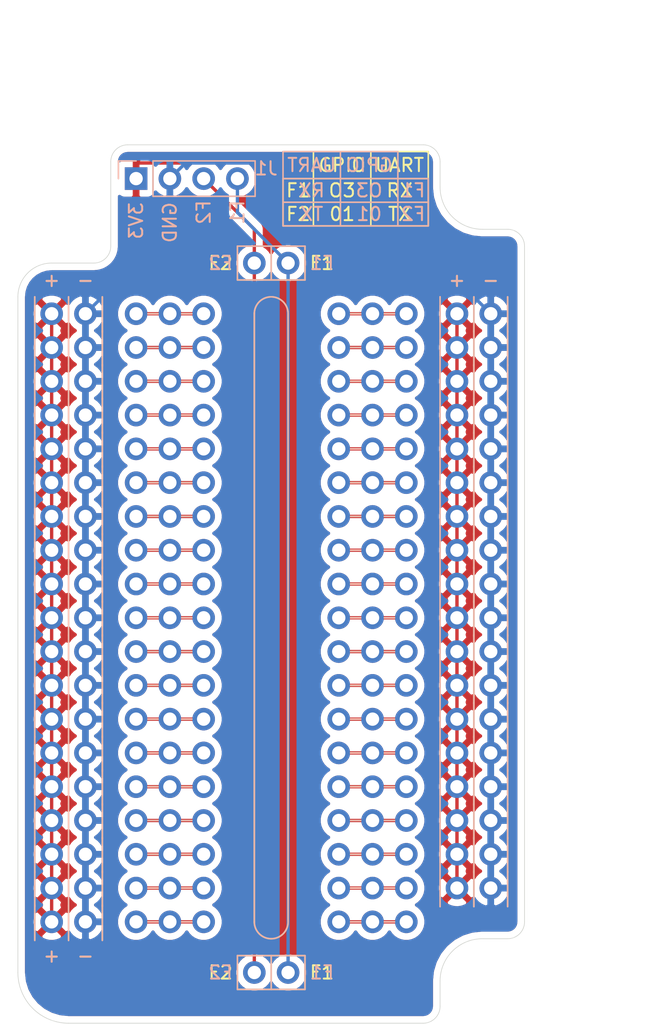
<source format=kicad_pcb>
(kicad_pcb (version 20171130) (host pcbnew 5.1.5-52549c5~84~ubuntu18.04.1)
  (layers (0 F.Cu signal) (31 B.Cu signal) (34 B.Paste user) (35 F.Paste user) (36 B.SilkS user) (37 F.SilkS user) (38 B.Mask user) (39 F.Mask user) (44 Edge.Cuts user))
  (net 0 "")
  (net 1 +3V3)
  (net 2 GND)
  (net 3 /Future1)
  (net 4 /Future2)
  (module Project_Module:Pad_1x02_P2.54mm_futures (layer F.Cu) (at 186.69 72.39 90)
    (fp_text reference J3 hide)
    (fp_text value Conn_01x02)
    (pad 2 thru_hole oval (at 0 2.54 90) (size 1.7 1.7) (drill 1) (layers *.Cu *.Mask) (net 3 /Future1))
    (pad 1 thru_hole circle (at 0 0 90) (size 1.7 1.7) (drill 1) (layers *.Cu *.Mask) (net 4 /Future2))
  )
  (module Project_Module:Pad_1x02_P2.54mm_futures (layer F.Cu) (at 186.69 125.73 90)
    (fp_text reference J3 hide)
    (fp_text value Conn_01x02)
    (pad 2 thru_hole oval (at 0 2.54 90) (size 1.7 1.7) (drill 1) (layers *.Cu *.Mask) (net 3 /Future1))
    (pad 1 thru_hole circle (at 0 0 90) (size 1.7 1.7) (drill 1) (layers *.Cu *.Mask) (net 4 /Future2))
  )
  (module Project_Module:Pad_1x03_P2.54mm_linked (layer F.Cu) (at 182.88 121.92 270)
    (fp_text reference REF** hide)
    (fp_text value Pad_1x03_P2.54mm_linked)
    (pad 3 thru_hole oval (at 0 5.08 270) (size 1.7 1.7) (drill 1) (layers *.Cu *.Mask))
    (pad 2 thru_hole oval (at 0 2.54 270) (size 1.7 1.7) (drill 1) (layers *.Cu *.Mask))
    (pad 1 thru_hole circle (at 0 0 270) (size 1.7 1.7) (drill 1) (layers *.Cu *.Mask))
  )
  (module Project_Module:Pad_1x03_P2.54mm_linked (layer F.Cu) (at 193.04 121.92 90)
    (fp_text reference REF** hide)
    (fp_text value Pad_1x03_P2.54mm_linked)
    (pad 3 thru_hole oval (at 0 5.08 90) (size 1.7 1.7) (drill 1) (layers *.Cu *.Mask))
    (pad 2 thru_hole oval (at 0 2.54 90) (size 1.7 1.7) (drill 1) (layers *.Cu *.Mask))
    (pad 1 thru_hole circle (at 0 0 90) (size 1.7 1.7) (drill 1) (layers *.Cu *.Mask))
  )
  (module Project_Module:Pad_1x03_P2.54mm_linked (layer F.Cu) (at 182.88 119.38 270)
    (fp_text reference REF** hide)
    (fp_text value Pad_1x03_P2.54mm_linked)
    (pad 3 thru_hole oval (at 0 5.08 270) (size 1.7 1.7) (drill 1) (layers *.Cu *.Mask))
    (pad 2 thru_hole oval (at 0 2.54 270) (size 1.7 1.7) (drill 1) (layers *.Cu *.Mask))
    (pad 1 thru_hole circle (at 0 0 270) (size 1.7 1.7) (drill 1) (layers *.Cu *.Mask))
  )
  (module Project_Module:Pad_1x03_P2.54mm_linked (layer F.Cu) (at 182.88 116.84 270)
    (fp_text reference REF** hide)
    (fp_text value Pad_1x03_P2.54mm_linked)
    (pad 3 thru_hole oval (at 0 5.08 270) (size 1.7 1.7) (drill 1) (layers *.Cu *.Mask))
    (pad 2 thru_hole oval (at 0 2.54 270) (size 1.7 1.7) (drill 1) (layers *.Cu *.Mask))
    (pad 1 thru_hole circle (at 0 0 270) (size 1.7 1.7) (drill 1) (layers *.Cu *.Mask))
  )
  (module Project_Module:Pad_1x03_P2.54mm_linked (layer F.Cu) (at 182.88 114.3 270)
    (fp_text reference REF** hide)
    (fp_text value Pad_1x03_P2.54mm_linked)
    (pad 3 thru_hole oval (at 0 5.08 270) (size 1.7 1.7) (drill 1) (layers *.Cu *.Mask))
    (pad 2 thru_hole oval (at 0 2.54 270) (size 1.7 1.7) (drill 1) (layers *.Cu *.Mask))
    (pad 1 thru_hole circle (at 0 0 270) (size 1.7 1.7) (drill 1) (layers *.Cu *.Mask))
  )
  (module Project_Module:Pad_1x03_P2.54mm_linked (layer F.Cu) (at 182.88 111.76 270)
    (fp_text reference REF** hide)
    (fp_text value Pad_1x03_P2.54mm_linked)
    (pad 3 thru_hole oval (at 0 5.08 270) (size 1.7 1.7) (drill 1) (layers *.Cu *.Mask))
    (pad 2 thru_hole oval (at 0 2.54 270) (size 1.7 1.7) (drill 1) (layers *.Cu *.Mask))
    (pad 1 thru_hole circle (at 0 0 270) (size 1.7 1.7) (drill 1) (layers *.Cu *.Mask))
  )
  (module Project_Module:Pad_1x03_P2.54mm_linked (layer F.Cu) (at 182.88 106.68 270)
    (fp_text reference REF** hide)
    (fp_text value Pad_1x03_P2.54mm_linked)
    (pad 3 thru_hole oval (at 0 5.08 270) (size 1.7 1.7) (drill 1) (layers *.Cu *.Mask))
    (pad 2 thru_hole oval (at 0 2.54 270) (size 1.7 1.7) (drill 1) (layers *.Cu *.Mask))
    (pad 1 thru_hole circle (at 0 0 270) (size 1.7 1.7) (drill 1) (layers *.Cu *.Mask))
  )
  (module Project_Module:Pad_1x03_P2.54mm_linked (layer F.Cu) (at 182.88 109.22 270)
    (fp_text reference REF** hide)
    (fp_text value Pad_1x03_P2.54mm_linked)
    (pad 3 thru_hole oval (at 0 5.08 270) (size 1.7 1.7) (drill 1) (layers *.Cu *.Mask))
    (pad 2 thru_hole oval (at 0 2.54 270) (size 1.7 1.7) (drill 1) (layers *.Cu *.Mask))
    (pad 1 thru_hole circle (at 0 0 270) (size 1.7 1.7) (drill 1) (layers *.Cu *.Mask))
  )
  (module Project_Module:Pad_1x03_P2.54mm_linked (layer F.Cu) (at 182.88 104.14 270)
    (fp_text reference REF** hide)
    (fp_text value Pad_1x03_P2.54mm_linked)
    (pad 3 thru_hole oval (at 0 5.08 270) (size 1.7 1.7) (drill 1) (layers *.Cu *.Mask))
    (pad 2 thru_hole oval (at 0 2.54 270) (size 1.7 1.7) (drill 1) (layers *.Cu *.Mask))
    (pad 1 thru_hole circle (at 0 0 270) (size 1.7 1.7) (drill 1) (layers *.Cu *.Mask))
  )
  (module Project_Module:Pad_1x03_P2.54mm_linked (layer F.Cu) (at 182.88 101.6 270)
    (fp_text reference REF** hide)
    (fp_text value Pad_1x03_P2.54mm_linked)
    (pad 3 thru_hole oval (at 0 5.08 270) (size 1.7 1.7) (drill 1) (layers *.Cu *.Mask))
    (pad 2 thru_hole oval (at 0 2.54 270) (size 1.7 1.7) (drill 1) (layers *.Cu *.Mask))
    (pad 1 thru_hole circle (at 0 0 270) (size 1.7 1.7) (drill 1) (layers *.Cu *.Mask))
  )
  (module Project_Module:Pad_1x03_P2.54mm_linked (layer F.Cu) (at 182.88 96.52 270)
    (fp_text reference REF** hide)
    (fp_text value Pad_1x03_P2.54mm_linked)
    (pad 3 thru_hole oval (at 0 5.08 270) (size 1.7 1.7) (drill 1) (layers *.Cu *.Mask))
    (pad 2 thru_hole oval (at 0 2.54 270) (size 1.7 1.7) (drill 1) (layers *.Cu *.Mask))
    (pad 1 thru_hole circle (at 0 0 270) (size 1.7 1.7) (drill 1) (layers *.Cu *.Mask))
  )
  (module Project_Module:Pad_1x03_P2.54mm_linked (layer F.Cu) (at 182.88 99.06 270)
    (fp_text reference REF** hide)
    (fp_text value Pad_1x03_P2.54mm_linked)
    (pad 3 thru_hole oval (at 0 5.08 270) (size 1.7 1.7) (drill 1) (layers *.Cu *.Mask))
    (pad 2 thru_hole oval (at 0 2.54 270) (size 1.7 1.7) (drill 1) (layers *.Cu *.Mask))
    (pad 1 thru_hole circle (at 0 0 270) (size 1.7 1.7) (drill 1) (layers *.Cu *.Mask))
  )
  (module Project_Module:Pad_1x03_P2.54mm_linked (layer F.Cu) (at 182.88 93.98 270)
    (fp_text reference REF** hide)
    (fp_text value Pad_1x03_P2.54mm_linked)
    (pad 3 thru_hole oval (at 0 5.08 270) (size 1.7 1.7) (drill 1) (layers *.Cu *.Mask))
    (pad 2 thru_hole oval (at 0 2.54 270) (size 1.7 1.7) (drill 1) (layers *.Cu *.Mask))
    (pad 1 thru_hole circle (at 0 0 270) (size 1.7 1.7) (drill 1) (layers *.Cu *.Mask))
  )
  (module Project_Module:Pad_1x03_P2.54mm_linked (layer F.Cu) (at 182.88 91.44 270)
    (fp_text reference REF** hide)
    (fp_text value Pad_1x03_P2.54mm_linked)
    (pad 3 thru_hole oval (at 0 5.08 270) (size 1.7 1.7) (drill 1) (layers *.Cu *.Mask))
    (pad 2 thru_hole oval (at 0 2.54 270) (size 1.7 1.7) (drill 1) (layers *.Cu *.Mask))
    (pad 1 thru_hole circle (at 0 0 270) (size 1.7 1.7) (drill 1) (layers *.Cu *.Mask))
  )
  (module Project_Module:Pad_1x03_P2.54mm_linked (layer F.Cu) (at 182.88 86.36 270)
    (fp_text reference REF** hide)
    (fp_text value Pad_1x03_P2.54mm_linked)
    (pad 3 thru_hole oval (at 0 5.08 270) (size 1.7 1.7) (drill 1) (layers *.Cu *.Mask))
    (pad 2 thru_hole oval (at 0 2.54 270) (size 1.7 1.7) (drill 1) (layers *.Cu *.Mask))
    (pad 1 thru_hole circle (at 0 0 270) (size 1.7 1.7) (drill 1) (layers *.Cu *.Mask))
  )
  (module Project_Module:Pad_1x03_P2.54mm_linked (layer F.Cu) (at 182.88 88.9 270)
    (fp_text reference REF** hide)
    (fp_text value Pad_1x03_P2.54mm_linked)
    (pad 3 thru_hole oval (at 0 5.08 270) (size 1.7 1.7) (drill 1) (layers *.Cu *.Mask))
    (pad 2 thru_hole oval (at 0 2.54 270) (size 1.7 1.7) (drill 1) (layers *.Cu *.Mask))
    (pad 1 thru_hole circle (at 0 0 270) (size 1.7 1.7) (drill 1) (layers *.Cu *.Mask))
  )
  (module Project_Module:Pad_1x03_P2.54mm_linked (layer F.Cu) (at 182.88 83.82 270)
    (fp_text reference REF** hide)
    (fp_text value Pad_1x03_P2.54mm_linked)
    (pad 3 thru_hole oval (at 0 5.08 270) (size 1.7 1.7) (drill 1) (layers *.Cu *.Mask))
    (pad 2 thru_hole oval (at 0 2.54 270) (size 1.7 1.7) (drill 1) (layers *.Cu *.Mask))
    (pad 1 thru_hole circle (at 0 0 270) (size 1.7 1.7) (drill 1) (layers *.Cu *.Mask))
  )
  (module Project_Module:Pad_1x03_P2.54mm_linked (layer F.Cu) (at 182.88 81.28 270)
    (fp_text reference REF** hide)
    (fp_text value Pad_1x03_P2.54mm_linked)
    (pad 3 thru_hole oval (at 0 5.08 270) (size 1.7 1.7) (drill 1) (layers *.Cu *.Mask))
    (pad 2 thru_hole oval (at 0 2.54 270) (size 1.7 1.7) (drill 1) (layers *.Cu *.Mask))
    (pad 1 thru_hole circle (at 0 0 270) (size 1.7 1.7) (drill 1) (layers *.Cu *.Mask))
  )
  (module Project_Module:Pad_1x03_P2.54mm_linked (layer F.Cu) (at 182.88 78.74 270)
    (fp_text reference REF** hide)
    (fp_text value Pad_1x03_P2.54mm_linked)
    (pad 3 thru_hole oval (at 0 5.08 270) (size 1.7 1.7) (drill 1) (layers *.Cu *.Mask))
    (pad 2 thru_hole oval (at 0 2.54 270) (size 1.7 1.7) (drill 1) (layers *.Cu *.Mask))
    (pad 1 thru_hole circle (at 0 0 270) (size 1.7 1.7) (drill 1) (layers *.Cu *.Mask))
  )
  (module Project_Module:Pad_1x03_P2.54mm_linked (layer F.Cu) (at 182.88 76.2 270)
    (fp_text reference REF** hide)
    (fp_text value Pad_1x03_P2.54mm_linked)
    (pad 3 thru_hole oval (at 0 5.08 270) (size 1.7 1.7) (drill 1) (layers *.Cu *.Mask))
    (pad 2 thru_hole oval (at 0 2.54 270) (size 1.7 1.7) (drill 1) (layers *.Cu *.Mask))
    (pad 1 thru_hole circle (at 0 0 270) (size 1.7 1.7) (drill 1) (layers *.Cu *.Mask))
  )
  (module Project_Module:Pad_1x03_P2.54mm_linked (layer F.Cu) (at 193.04 116.84 90)
    (fp_text reference REF** hide)
    (fp_text value Pad_1x03_P2.54mm_linked)
    (pad 3 thru_hole oval (at 0 5.08 90) (size 1.7 1.7) (drill 1) (layers *.Cu *.Mask))
    (pad 2 thru_hole oval (at 0 2.54 90) (size 1.7 1.7) (drill 1) (layers *.Cu *.Mask))
    (pad 1 thru_hole circle (at 0 0 90) (size 1.7 1.7) (drill 1) (layers *.Cu *.Mask))
  )
  (module Project_Module:Pad_1x03_P2.54mm_linked (layer F.Cu) (at 193.04 119.38 90)
    (fp_text reference REF** hide)
    (fp_text value Pad_1x03_P2.54mm_linked)
    (pad 3 thru_hole oval (at 0 5.08 90) (size 1.7 1.7) (drill 1) (layers *.Cu *.Mask))
    (pad 2 thru_hole oval (at 0 2.54 90) (size 1.7 1.7) (drill 1) (layers *.Cu *.Mask))
    (pad 1 thru_hole circle (at 0 0 90) (size 1.7 1.7) (drill 1) (layers *.Cu *.Mask))
  )
  (module Project_Module:Pad_1x03_P2.54mm_linked (layer F.Cu) (at 193.04 114.3 90)
    (fp_text reference REF** hide)
    (fp_text value Pad_1x03_P2.54mm_linked)
    (pad 3 thru_hole oval (at 0 5.08 90) (size 1.7 1.7) (drill 1) (layers *.Cu *.Mask))
    (pad 2 thru_hole oval (at 0 2.54 90) (size 1.7 1.7) (drill 1) (layers *.Cu *.Mask))
    (pad 1 thru_hole circle (at 0 0 90) (size 1.7 1.7) (drill 1) (layers *.Cu *.Mask))
  )
  (module Project_Module:Pad_1x03_P2.54mm_linked (layer F.Cu) (at 193.04 111.76 90)
    (fp_text reference REF** hide)
    (fp_text value Pad_1x03_P2.54mm_linked)
    (pad 3 thru_hole oval (at 0 5.08 90) (size 1.7 1.7) (drill 1) (layers *.Cu *.Mask))
    (pad 2 thru_hole oval (at 0 2.54 90) (size 1.7 1.7) (drill 1) (layers *.Cu *.Mask))
    (pad 1 thru_hole circle (at 0 0 90) (size 1.7 1.7) (drill 1) (layers *.Cu *.Mask))
  )
  (module Project_Module:Pad_1x03_P2.54mm_linked (layer F.Cu) (at 193.04 109.22 90)
    (fp_text reference REF** hide)
    (fp_text value Pad_1x03_P2.54mm_linked)
    (pad 3 thru_hole oval (at 0 5.08 90) (size 1.7 1.7) (drill 1) (layers *.Cu *.Mask))
    (pad 2 thru_hole oval (at 0 2.54 90) (size 1.7 1.7) (drill 1) (layers *.Cu *.Mask))
    (pad 1 thru_hole circle (at 0 0 90) (size 1.7 1.7) (drill 1) (layers *.Cu *.Mask))
  )
  (module Project_Module:Pad_1x03_P2.54mm_linked (layer F.Cu) (at 193.04 106.68 90)
    (fp_text reference REF** hide)
    (fp_text value Pad_1x03_P2.54mm_linked)
    (pad 3 thru_hole oval (at 0 5.08 90) (size 1.7 1.7) (drill 1) (layers *.Cu *.Mask))
    (pad 2 thru_hole oval (at 0 2.54 90) (size 1.7 1.7) (drill 1) (layers *.Cu *.Mask))
    (pad 1 thru_hole circle (at 0 0 90) (size 1.7 1.7) (drill 1) (layers *.Cu *.Mask))
  )
  (module Project_Module:Pad_1x03_P2.54mm_linked (layer F.Cu) (at 193.04 104.14 90)
    (fp_text reference REF** hide)
    (fp_text value Pad_1x03_P2.54mm_linked)
    (pad 3 thru_hole oval (at 0 5.08 90) (size 1.7 1.7) (drill 1) (layers *.Cu *.Mask))
    (pad 2 thru_hole oval (at 0 2.54 90) (size 1.7 1.7) (drill 1) (layers *.Cu *.Mask))
    (pad 1 thru_hole circle (at 0 0 90) (size 1.7 1.7) (drill 1) (layers *.Cu *.Mask))
  )
  (module Project_Module:Pad_1x03_P2.54mm_linked (layer F.Cu) (at 193.04 101.6 90)
    (fp_text reference REF** hide)
    (fp_text value Pad_1x03_P2.54mm_linked)
    (pad 3 thru_hole oval (at 0 5.08 90) (size 1.7 1.7) (drill 1) (layers *.Cu *.Mask))
    (pad 2 thru_hole oval (at 0 2.54 90) (size 1.7 1.7) (drill 1) (layers *.Cu *.Mask))
    (pad 1 thru_hole circle (at 0 0 90) (size 1.7 1.7) (drill 1) (layers *.Cu *.Mask))
  )
  (module Project_Module:Pad_1x03_P2.54mm_linked (layer F.Cu) (at 193.04 99.06 90)
    (fp_text reference REF** hide)
    (fp_text value Pad_1x03_P2.54mm_linked)
    (pad 3 thru_hole oval (at 0 5.08 90) (size 1.7 1.7) (drill 1) (layers *.Cu *.Mask))
    (pad 2 thru_hole oval (at 0 2.54 90) (size 1.7 1.7) (drill 1) (layers *.Cu *.Mask))
    (pad 1 thru_hole circle (at 0 0 90) (size 1.7 1.7) (drill 1) (layers *.Cu *.Mask))
  )
  (module Project_Module:Pad_1x03_P2.54mm_linked (layer F.Cu) (at 193.04 96.52 90)
    (fp_text reference REF** hide)
    (fp_text value Pad_1x03_P2.54mm_linked)
    (pad 3 thru_hole oval (at 0 5.08 90) (size 1.7 1.7) (drill 1) (layers *.Cu *.Mask))
    (pad 2 thru_hole oval (at 0 2.54 90) (size 1.7 1.7) (drill 1) (layers *.Cu *.Mask))
    (pad 1 thru_hole circle (at 0 0 90) (size 1.7 1.7) (drill 1) (layers *.Cu *.Mask))
  )
  (module Project_Module:Pad_1x03_P2.54mm_linked (layer F.Cu) (at 193.04 91.44 90)
    (fp_text reference REF** hide)
    (fp_text value Pad_1x03_P2.54mm_linked)
    (pad 3 thru_hole oval (at 0 5.08 90) (size 1.7 1.7) (drill 1) (layers *.Cu *.Mask))
    (pad 2 thru_hole oval (at 0 2.54 90) (size 1.7 1.7) (drill 1) (layers *.Cu *.Mask))
    (pad 1 thru_hole circle (at 0 0 90) (size 1.7 1.7) (drill 1) (layers *.Cu *.Mask))
  )
  (module Project_Module:Pad_1x03_P2.54mm_linked (layer F.Cu) (at 193.04 93.98 90)
    (fp_text reference REF** hide)
    (fp_text value Pad_1x03_P2.54mm_linked)
    (pad 3 thru_hole oval (at 0 5.08 90) (size 1.7 1.7) (drill 1) (layers *.Cu *.Mask))
    (pad 2 thru_hole oval (at 0 2.54 90) (size 1.7 1.7) (drill 1) (layers *.Cu *.Mask))
    (pad 1 thru_hole circle (at 0 0 90) (size 1.7 1.7) (drill 1) (layers *.Cu *.Mask))
  )
  (module Project_Module:Pad_1x03_P2.54mm_linked (layer F.Cu) (at 193.04 88.9 90)
    (fp_text reference REF** hide)
    (fp_text value Pad_1x03_P2.54mm_linked)
    (pad 3 thru_hole oval (at 0 5.08 90) (size 1.7 1.7) (drill 1) (layers *.Cu *.Mask))
    (pad 2 thru_hole oval (at 0 2.54 90) (size 1.7 1.7) (drill 1) (layers *.Cu *.Mask))
    (pad 1 thru_hole circle (at 0 0 90) (size 1.7 1.7) (drill 1) (layers *.Cu *.Mask))
  )
  (module Project_Module:Pad_1x03_P2.54mm_linked (layer F.Cu) (at 193.04 86.36 90)
    (fp_text reference REF** hide)
    (fp_text value Pad_1x03_P2.54mm_linked)
    (pad 3 thru_hole oval (at 0 5.08 90) (size 1.7 1.7) (drill 1) (layers *.Cu *.Mask))
    (pad 2 thru_hole oval (at 0 2.54 90) (size 1.7 1.7) (drill 1) (layers *.Cu *.Mask))
    (pad 1 thru_hole circle (at 0 0 90) (size 1.7 1.7) (drill 1) (layers *.Cu *.Mask))
  )
  (module Project_Module:Pad_1x03_P2.54mm_linked (layer F.Cu) (at 193.04 83.82 90)
    (fp_text reference REF** hide)
    (fp_text value Pad_1x03_P2.54mm_linked)
    (pad 3 thru_hole oval (at 0 5.08 90) (size 1.7 1.7) (drill 1) (layers *.Cu *.Mask))
    (pad 2 thru_hole oval (at 0 2.54 90) (size 1.7 1.7) (drill 1) (layers *.Cu *.Mask))
    (pad 1 thru_hole circle (at 0 0 90) (size 1.7 1.7) (drill 1) (layers *.Cu *.Mask))
  )
  (module Project_Module:Pad_1x03_P2.54mm_linked (layer F.Cu) (at 193.04 81.28 90)
    (fp_text reference REF** hide)
    (fp_text value Pad_1x03_P2.54mm_linked)
    (pad 3 thru_hole oval (at 0 5.08 90) (size 1.7 1.7) (drill 1) (layers *.Cu *.Mask))
    (pad 2 thru_hole oval (at 0 2.54 90) (size 1.7 1.7) (drill 1) (layers *.Cu *.Mask))
    (pad 1 thru_hole circle (at 0 0 90) (size 1.7 1.7) (drill 1) (layers *.Cu *.Mask))
  )
  (module Project_Module:Pad_1x03_P2.54mm_linked (layer F.Cu) (at 193.04 78.74 90)
    (fp_text reference REF** hide)
    (fp_text value Pad_1x03_P2.54mm_linked)
    (pad 3 thru_hole oval (at 0 5.08 90) (size 1.7 1.7) (drill 1) (layers *.Cu *.Mask))
    (pad 2 thru_hole oval (at 0 2.54 90) (size 1.7 1.7) (drill 1) (layers *.Cu *.Mask))
    (pad 1 thru_hole circle (at 0 0 90) (size 1.7 1.7) (drill 1) (layers *.Cu *.Mask))
  )
  (module Project_Module:Pad_1x03_P2.54mm_linked (layer F.Cu) (at 193.04 76.2 90)
    (fp_text reference REF** hide)
    (fp_text value Pad_1x03_P2.54mm_linked)
    (pad 3 thru_hole oval (at 0 5.08 90) (size 1.7 1.7) (drill 1) (layers *.Cu *.Mask))
    (pad 2 thru_hole oval (at 0 2.54 90) (size 1.7 1.7) (drill 1) (layers *.Cu *.Mask))
    (pad 1 thru_hole circle (at 0 0 90) (size 1.7 1.7) (drill 1) (layers *.Cu *.Mask))
  )
  (module Project_Module:Pad_1x02_P2.54mm (layer F.Cu) (at 201.93 76.2 90)
    (fp_text reference J2 hide)
    (fp_text value Conn_01x02)
    (pad 2 thru_hole oval (at 0 2.54 90) (size 1.7 1.7) (drill 1) (layers *.Cu *.Mask) (net 2 GND))
    (pad 1 thru_hole circle (at 0 0 90) (size 1.7 1.7) (drill 1) (layers *.Cu *.Mask) (net 1 +3V3))
  )
  (module Project_Module:Pad_1x02_P2.54mm (layer F.Cu) (at 201.93 119.38 90)
    (fp_text reference J2 hide)
    (fp_text value Conn_01x02)
    (pad 2 thru_hole oval (at 0 2.54 90) (size 1.7 1.7) (drill 1) (layers *.Cu *.Mask) (net 2 GND))
    (pad 1 thru_hole circle (at 0 0 90) (size 1.7 1.7) (drill 1) (layers *.Cu *.Mask) (net 1 +3V3))
  )
  (module Project_Module:Pad_1x02_P2.54mm (layer F.Cu) (at 201.93 116.84 90)
    (fp_text reference J2 hide)
    (fp_text value Conn_01x02)
    (pad 2 thru_hole oval (at 0 2.54 90) (size 1.7 1.7) (drill 1) (layers *.Cu *.Mask) (net 2 GND))
    (pad 1 thru_hole circle (at 0 0 90) (size 1.7 1.7) (drill 1) (layers *.Cu *.Mask) (net 1 +3V3))
  )
  (module Project_Module:Pad_1x02_P2.54mm (layer F.Cu) (at 201.93 114.3 90)
    (fp_text reference J2 hide)
    (fp_text value Conn_01x02)
    (pad 2 thru_hole oval (at 0 2.54 90) (size 1.7 1.7) (drill 1) (layers *.Cu *.Mask) (net 2 GND))
    (pad 1 thru_hole circle (at 0 0 90) (size 1.7 1.7) (drill 1) (layers *.Cu *.Mask) (net 1 +3V3))
  )
  (module Project_Module:Pad_1x02_P2.54mm (layer F.Cu) (at 201.93 111.76 90)
    (fp_text reference J2 hide)
    (fp_text value Conn_01x02)
    (pad 2 thru_hole oval (at 0 2.54 90) (size 1.7 1.7) (drill 1) (layers *.Cu *.Mask) (net 2 GND))
    (pad 1 thru_hole circle (at 0 0 90) (size 1.7 1.7) (drill 1) (layers *.Cu *.Mask) (net 1 +3V3))
  )
  (module Project_Module:Pad_1x02_P2.54mm (layer F.Cu) (at 201.93 109.22 90)
    (fp_text reference J2 hide)
    (fp_text value Conn_01x02)
    (pad 2 thru_hole oval (at 0 2.54 90) (size 1.7 1.7) (drill 1) (layers *.Cu *.Mask) (net 2 GND))
    (pad 1 thru_hole circle (at 0 0 90) (size 1.7 1.7) (drill 1) (layers *.Cu *.Mask) (net 1 +3V3))
  )
  (module Project_Module:Pad_1x02_P2.54mm (layer F.Cu) (at 201.93 106.68 90)
    (fp_text reference J2 hide)
    (fp_text value Conn_01x02)
    (pad 2 thru_hole oval (at 0 2.54 90) (size 1.7 1.7) (drill 1) (layers *.Cu *.Mask) (net 2 GND))
    (pad 1 thru_hole circle (at 0 0 90) (size 1.7 1.7) (drill 1) (layers *.Cu *.Mask) (net 1 +3V3))
  )
  (module Project_Module:Pad_1x02_P2.54mm (layer F.Cu) (at 201.93 104.14 90)
    (fp_text reference J2 hide)
    (fp_text value Conn_01x02)
    (pad 2 thru_hole oval (at 0 2.54 90) (size 1.7 1.7) (drill 1) (layers *.Cu *.Mask) (net 2 GND))
    (pad 1 thru_hole circle (at 0 0 90) (size 1.7 1.7) (drill 1) (layers *.Cu *.Mask) (net 1 +3V3))
  )
  (module Project_Module:Pad_1x02_P2.54mm (layer F.Cu) (at 201.93 101.6 90)
    (fp_text reference J2 hide)
    (fp_text value Conn_01x02)
    (pad 2 thru_hole oval (at 0 2.54 90) (size 1.7 1.7) (drill 1) (layers *.Cu *.Mask) (net 2 GND))
    (pad 1 thru_hole circle (at 0 0 90) (size 1.7 1.7) (drill 1) (layers *.Cu *.Mask) (net 1 +3V3))
  )
  (module Project_Module:Pad_1x02_P2.54mm (layer F.Cu) (at 201.93 99.06 90)
    (fp_text reference J2 hide)
    (fp_text value Conn_01x02)
    (pad 2 thru_hole oval (at 0 2.54 90) (size 1.7 1.7) (drill 1) (layers *.Cu *.Mask) (net 2 GND))
    (pad 1 thru_hole circle (at 0 0 90) (size 1.7 1.7) (drill 1) (layers *.Cu *.Mask) (net 1 +3V3))
  )
  (module Project_Module:Pad_1x02_P2.54mm (layer F.Cu) (at 201.93 96.52 90)
    (fp_text reference J2 hide)
    (fp_text value Conn_01x02)
    (pad 2 thru_hole oval (at 0 2.54 90) (size 1.7 1.7) (drill 1) (layers *.Cu *.Mask) (net 2 GND))
    (pad 1 thru_hole circle (at 0 0 90) (size 1.7 1.7) (drill 1) (layers *.Cu *.Mask) (net 1 +3V3))
  )
  (module Project_Module:Pad_1x02_P2.54mm (layer F.Cu) (at 201.93 93.98 90)
    (fp_text reference J2 hide)
    (fp_text value Conn_01x02)
    (pad 2 thru_hole oval (at 0 2.54 90) (size 1.7 1.7) (drill 1) (layers *.Cu *.Mask) (net 2 GND))
    (pad 1 thru_hole circle (at 0 0 90) (size 1.7 1.7) (drill 1) (layers *.Cu *.Mask) (net 1 +3V3))
  )
  (module Project_Module:Pad_1x02_P2.54mm (layer F.Cu) (at 201.93 91.44 90)
    (fp_text reference J2 hide)
    (fp_text value Conn_01x02)
    (pad 2 thru_hole oval (at 0 2.54 90) (size 1.7 1.7) (drill 1) (layers *.Cu *.Mask) (net 2 GND))
    (pad 1 thru_hole circle (at 0 0 90) (size 1.7 1.7) (drill 1) (layers *.Cu *.Mask) (net 1 +3V3))
  )
  (module Project_Module:Pad_1x02_P2.54mm (layer F.Cu) (at 201.93 88.9 90)
    (fp_text reference J2 hide)
    (fp_text value Conn_01x02)
    (pad 2 thru_hole oval (at 0 2.54 90) (size 1.7 1.7) (drill 1) (layers *.Cu *.Mask) (net 2 GND))
    (pad 1 thru_hole circle (at 0 0 90) (size 1.7 1.7) (drill 1) (layers *.Cu *.Mask) (net 1 +3V3))
  )
  (module Project_Module:Pad_1x02_P2.54mm (layer F.Cu) (at 201.93 86.36 90)
    (fp_text reference J2 hide)
    (fp_text value Conn_01x02)
    (pad 2 thru_hole oval (at 0 2.54 90) (size 1.7 1.7) (drill 1) (layers *.Cu *.Mask) (net 2 GND))
    (pad 1 thru_hole circle (at 0 0 90) (size 1.7 1.7) (drill 1) (layers *.Cu *.Mask) (net 1 +3V3))
  )
  (module Project_Module:Pad_1x02_P2.54mm (layer F.Cu) (at 201.93 83.82 90)
    (fp_text reference J2 hide)
    (fp_text value Conn_01x02)
    (pad 2 thru_hole oval (at 0 2.54 90) (size 1.7 1.7) (drill 1) (layers *.Cu *.Mask) (net 2 GND))
    (pad 1 thru_hole circle (at 0 0 90) (size 1.7 1.7) (drill 1) (layers *.Cu *.Mask) (net 1 +3V3))
  )
  (module Project_Module:Pad_1x02_P2.54mm (layer F.Cu) (at 201.93 81.28 90)
    (fp_text reference J2 hide)
    (fp_text value Conn_01x02)
    (pad 2 thru_hole oval (at 0 2.54 90) (size 1.7 1.7) (drill 1) (layers *.Cu *.Mask) (net 2 GND))
    (pad 1 thru_hole circle (at 0 0 90) (size 1.7 1.7) (drill 1) (layers *.Cu *.Mask) (net 1 +3V3))
  )
  (module Project_Module:Pad_1x02_P2.54mm (layer F.Cu) (at 201.93 78.74 90)
    (fp_text reference J2 hide)
    (fp_text value Conn_01x02)
    (pad 2 thru_hole oval (at 0 2.54 90) (size 1.7 1.7) (drill 1) (layers *.Cu *.Mask) (net 2 GND))
    (pad 1 thru_hole circle (at 0 0 90) (size 1.7 1.7) (drill 1) (layers *.Cu *.Mask) (net 1 +3V3))
  )
  (module Project_Module:Pad_1x02_P2.54mm (layer F.Cu) (at 171.45 121.92 90)
    (fp_text reference J2 hide)
    (fp_text value Conn_01x02)
    (pad 2 thru_hole oval (at 0 2.54 90) (size 1.7 1.7) (drill 1) (layers *.Cu *.Mask) (net 2 GND))
    (pad 1 thru_hole circle (at 0 0 90) (size 1.7 1.7) (drill 1) (layers *.Cu *.Mask) (net 1 +3V3))
  )
  (module Project_Module:Pad_1x02_P2.54mm (layer F.Cu) (at 171.45 119.38 90)
    (fp_text reference J2 hide)
    (fp_text value Conn_01x02)
    (pad 2 thru_hole oval (at 0 2.54 90) (size 1.7 1.7) (drill 1) (layers *.Cu *.Mask) (net 2 GND))
    (pad 1 thru_hole circle (at 0 0 90) (size 1.7 1.7) (drill 1) (layers *.Cu *.Mask) (net 1 +3V3))
  )
  (module Project_Module:Pad_1x02_P2.54mm (layer F.Cu) (at 171.45 116.84 90)
    (fp_text reference J2 hide)
    (fp_text value Conn_01x02)
    (pad 2 thru_hole oval (at 0 2.54 90) (size 1.7 1.7) (drill 1) (layers *.Cu *.Mask) (net 2 GND))
    (pad 1 thru_hole circle (at 0 0 90) (size 1.7 1.7) (drill 1) (layers *.Cu *.Mask) (net 1 +3V3))
  )
  (module Project_Module:Pad_1x02_P2.54mm (layer F.Cu) (at 171.45 114.3 90)
    (fp_text reference J2 hide)
    (fp_text value Conn_01x02)
    (pad 2 thru_hole oval (at 0 2.54 90) (size 1.7 1.7) (drill 1) (layers *.Cu *.Mask) (net 2 GND))
    (pad 1 thru_hole circle (at 0 0 90) (size 1.7 1.7) (drill 1) (layers *.Cu *.Mask) (net 1 +3V3))
  )
  (module Project_Module:Pad_1x02_P2.54mm (layer F.Cu) (at 171.45 111.76 90)
    (fp_text reference J2 hide)
    (fp_text value Conn_01x02)
    (pad 2 thru_hole oval (at 0 2.54 90) (size 1.7 1.7) (drill 1) (layers *.Cu *.Mask) (net 2 GND))
    (pad 1 thru_hole circle (at 0 0 90) (size 1.7 1.7) (drill 1) (layers *.Cu *.Mask) (net 1 +3V3))
  )
  (module Project_Module:Pad_1x02_P2.54mm (layer F.Cu) (at 171.45 109.22 90)
    (fp_text reference J2 hide)
    (fp_text value Conn_01x02)
    (pad 2 thru_hole oval (at 0 2.54 90) (size 1.7 1.7) (drill 1) (layers *.Cu *.Mask) (net 2 GND))
    (pad 1 thru_hole circle (at 0 0 90) (size 1.7 1.7) (drill 1) (layers *.Cu *.Mask) (net 1 +3V3))
  )
  (module Project_Module:Pad_1x02_P2.54mm (layer F.Cu) (at 171.45 106.68 90)
    (fp_text reference J2 hide)
    (fp_text value Conn_01x02)
    (pad 2 thru_hole oval (at 0 2.54 90) (size 1.7 1.7) (drill 1) (layers *.Cu *.Mask) (net 2 GND))
    (pad 1 thru_hole circle (at 0 0 90) (size 1.7 1.7) (drill 1) (layers *.Cu *.Mask) (net 1 +3V3))
  )
  (module Project_Module:Pad_1x02_P2.54mm (layer F.Cu) (at 171.45 104.14 90)
    (fp_text reference J2 hide)
    (fp_text value Conn_01x02)
    (pad 2 thru_hole oval (at 0 2.54 90) (size 1.7 1.7) (drill 1) (layers *.Cu *.Mask) (net 2 GND))
    (pad 1 thru_hole circle (at 0 0 90) (size 1.7 1.7) (drill 1) (layers *.Cu *.Mask) (net 1 +3V3))
  )
  (module Project_Module:Pad_1x02_P2.54mm (layer F.Cu) (at 171.45 101.6 90)
    (fp_text reference J2 hide)
    (fp_text value Conn_01x02)
    (pad 2 thru_hole oval (at 0 2.54 90) (size 1.7 1.7) (drill 1) (layers *.Cu *.Mask) (net 2 GND))
    (pad 1 thru_hole circle (at 0 0 90) (size 1.7 1.7) (drill 1) (layers *.Cu *.Mask) (net 1 +3V3))
  )
  (module Project_Module:Pad_1x02_P2.54mm (layer F.Cu) (at 171.45 99.06 90)
    (fp_text reference J2 hide)
    (fp_text value Conn_01x02)
    (pad 2 thru_hole oval (at 0 2.54 90) (size 1.7 1.7) (drill 1) (layers *.Cu *.Mask) (net 2 GND))
    (pad 1 thru_hole circle (at 0 0 90) (size 1.7 1.7) (drill 1) (layers *.Cu *.Mask) (net 1 +3V3))
  )
  (module Project_Module:Pad_1x02_P2.54mm (layer F.Cu) (at 171.45 96.52 90)
    (fp_text reference J2 hide)
    (fp_text value Conn_01x02)
    (pad 2 thru_hole oval (at 0 2.54 90) (size 1.7 1.7) (drill 1) (layers *.Cu *.Mask) (net 2 GND))
    (pad 1 thru_hole circle (at 0 0 90) (size 1.7 1.7) (drill 1) (layers *.Cu *.Mask) (net 1 +3V3))
  )
  (module Project_Module:Pad_1x02_P2.54mm (layer F.Cu) (at 171.45 93.98 90)
    (fp_text reference J2 hide)
    (fp_text value Conn_01x02)
    (pad 2 thru_hole oval (at 0 2.54 90) (size 1.7 1.7) (drill 1) (layers *.Cu *.Mask) (net 2 GND))
    (pad 1 thru_hole circle (at 0 0 90) (size 1.7 1.7) (drill 1) (layers *.Cu *.Mask) (net 1 +3V3))
  )
  (module Project_Module:Pad_1x02_P2.54mm (layer F.Cu) (at 171.45 91.44 90)
    (fp_text reference J2 hide)
    (fp_text value Conn_01x02)
    (pad 2 thru_hole oval (at 0 2.54 90) (size 1.7 1.7) (drill 1) (layers *.Cu *.Mask) (net 2 GND))
    (pad 1 thru_hole circle (at 0 0 90) (size 1.7 1.7) (drill 1) (layers *.Cu *.Mask) (net 1 +3V3))
  )
  (module Project_Module:Pad_1x02_P2.54mm (layer F.Cu) (at 171.45 88.9 90)
    (fp_text reference J2 hide)
    (fp_text value Conn_01x02)
    (pad 2 thru_hole oval (at 0 2.54 90) (size 1.7 1.7) (drill 1) (layers *.Cu *.Mask) (net 2 GND))
    (pad 1 thru_hole circle (at 0 0 90) (size 1.7 1.7) (drill 1) (layers *.Cu *.Mask) (net 1 +3V3))
  )
  (module Project_Module:Pad_1x02_P2.54mm (layer F.Cu) (at 171.45 86.36 90)
    (fp_text reference J2 hide)
    (fp_text value Conn_01x02)
    (pad 2 thru_hole oval (at 0 2.54 90) (size 1.7 1.7) (drill 1) (layers *.Cu *.Mask) (net 2 GND))
    (pad 1 thru_hole circle (at 0 0 90) (size 1.7 1.7) (drill 1) (layers *.Cu *.Mask) (net 1 +3V3))
  )
  (module Project_Module:Pad_1x02_P2.54mm (layer F.Cu) (at 171.45 83.82 90)
    (fp_text reference J2 hide)
    (fp_text value Conn_01x02)
    (pad 2 thru_hole oval (at 0 2.54 90) (size 1.7 1.7) (drill 1) (layers *.Cu *.Mask) (net 2 GND))
    (pad 1 thru_hole circle (at 0 0 90) (size 1.7 1.7) (drill 1) (layers *.Cu *.Mask) (net 1 +3V3))
  )
  (module Project_Module:Pad_1x02_P2.54mm (layer F.Cu) (at 171.45 81.28 90)
    (fp_text reference J2 hide)
    (fp_text value Conn_01x02)
    (pad 2 thru_hole oval (at 0 2.54 90) (size 1.7 1.7) (drill 1) (layers *.Cu *.Mask) (net 2 GND))
    (pad 1 thru_hole circle (at 0 0 90) (size 1.7 1.7) (drill 1) (layers *.Cu *.Mask) (net 1 +3V3))
  )
  (module Project_Module:Pad_1x02_P2.54mm (layer F.Cu) (at 171.45 78.74 90)
    (fp_text reference J2 hide)
    (fp_text value Conn_01x02)
    (pad 2 thru_hole oval (at 0 2.54 90) (size 1.7 1.7) (drill 1) (layers *.Cu *.Mask) (net 2 GND))
    (pad 1 thru_hole circle (at 0 0 90) (size 1.7 1.7) (drill 1) (layers *.Cu *.Mask) (net 1 +3V3))
  )
  (module Project_Module:Pad_1x02_P2.54mm (layer F.Cu) (at 171.45 76.2 90)
    (fp_text reference J2 hide)
    (fp_text value Conn_01x02)
    (pad 2 thru_hole oval (at 0 2.54 90) (size 1.7 1.7) (drill 1) (layers *.Cu *.Mask) (net 2 GND))
    (pad 1 thru_hole circle (at 0 0 90) (size 1.7 1.7) (drill 1) (layers *.Cu *.Mask) (net 1 +3V3))
  )
  (module Connector_PinHeader_2.54mm:PinHeader_1x04_P2.54mm_Vertical (layer B.Cu) (at 177.8 66.04 270)
    (fp_text reference J1 (at -0.762 -9.779 180) (layer B.SilkS) (effects (justify mirror)))
    (fp_text value Conn_01x04)
    (pad 4 thru_hole oval (at 0 -7.62 270) (size 1.7 1.7) (drill 1) (layers *.Cu *.Mask) (net 3 /Future1))
    (pad 3 thru_hole oval (at 0 -5.08 270) (size 1.7 1.7) (drill 1) (layers *.Cu *.Mask) (net 4 /Future2))
    (pad 2 thru_hole oval (at 0 -2.54 270) (size 1.7 1.7) (drill 1) (layers *.Cu *.Mask) (net 2 GND))
    (pad 1 thru_hole rect (at 0 0 270) (size 1.7 1.7) (drill 1) (layers *.Cu *.Mask) (net 1 +3V3))
  )
  (gr_line (start 200.66 128.27) (end 200.66 126.365) (layer Edge.Cuts) (width 0.05))
  (gr_line (start 205.74 123.19) (end 203.835 123.19) (layer Edge.Cuts) (width 0.05))
  (gr_arc (start 199.39 128.27) (end 199.39 129.54) (angle -90) (layer Edge.Cuts) (width 0.05))
  (gr_arc (start 205.74 121.92) (end 205.74 123.19) (angle -90) (layer Edge.Cuts) (width 0.05))
  (gr_arc (start 203.835 126.365) (end 203.835 123.19) (angle -90) (layer Edge.Cuts) (width 0.05))
  (gr_arc (start 203.835 66.675) (end 200.66 66.675) (angle -90) (layer Edge.Cuts) (width 0.05))
  (gr_line (start 200.66 66.675) (end 200.66 64.77) (layer Edge.Cuts) (width 0.05))
  (gr_line (start 205.74 69.85) (end 203.835 69.85) (layer Edge.Cuts) (width 0.05))
  (gr_arc (start 205.74 71.12) (end 207.01 71.12) (angle -90) (layer Edge.Cuts) (width 0.05))
  (gr_arc (start 199.39 64.77) (end 200.66 64.77) (angle -90) (layer Edge.Cuts) (width 0.05))
  (gr_text 01 (at 195.326 68.707) (layer B.SilkS) (effects (font (size 1 1)) (justify mirror)))
  (gr_text F2 (at 198.628 68.707) (layer B.SilkS) (effects (font (size 1 1)) (justify mirror)))
  (gr_line (start 199.771 69.596) (end 188.849 69.596) (layer B.SilkS) (width 0.12))
  (gr_line (start 197.485 64.008) (end 197.485 69.596) (layer B.SilkS) (width 0.12))
  (gr_text GPIO (at 195.326 65.024) (layer B.SilkS) (effects (font (size 1 1)) (justify mirror)))
  (gr_line (start 193.167 69.596) (end 193.167 64.008) (layer B.SilkS) (width 0.12))
  (gr_text RX (at 191.008 66.929) (layer B.SilkS) (effects (font (size 1 1)) (justify mirror)))
  (gr_text F1 (at 198.628 66.929) (layer B.SilkS) (effects (font (size 1 1)) (justify mirror)))
  (gr_line (start 188.849 64.008) (end 188.849 69.596) (layer B.SilkS) (width 0.12))
  (gr_text UART (at 191.008 65.024) (layer B.SilkS) (effects (font (size 1 1)) (justify mirror)))
  (gr_line (start 199.771 67.818) (end 188.849 67.818) (layer B.SilkS) (width 0.12))
  (gr_text O3 (at 195.326 66.929) (layer B.SilkS) (effects (font (size 1 1)) (justify mirror)))
  (gr_text TX (at 191.008 68.707) (layer B.SilkS) (effects (font (size 1 1)) (justify mirror)))
  (gr_line (start 199.771 69.596) (end 199.771 66.04) (layer B.SilkS) (width 0.12))
  (gr_line (start 188.849 64.008) (end 197.485 64.008) (layer B.SilkS) (width 0.12))
  (gr_line (start 199.771 66.04) (end 188.849 66.04) (layer B.SilkS) (width 0.12))
  (gr_text F2 (at 189.992 68.707) (layer F.SilkS) (effects (font (size 1 1))))
  (gr_line (start 195.453 69.596) (end 195.453 64.008) (layer F.SilkS) (width 0.12))
  (gr_line (start 188.849 69.596) (end 199.771 69.596) (layer F.SilkS) (width 0.12))
  (gr_line (start 188.849 67.818) (end 199.771 67.818) (layer F.SilkS) (width 0.12))
  (gr_line (start 191.135 64.008) (end 191.135 69.596) (layer F.SilkS) (width 0.12))
  (gr_line (start 188.849 66.04) (end 199.771 66.04) (layer F.SilkS) (width 0.12))
  (gr_line (start 188.849 69.596) (end 188.849 66.04) (layer F.SilkS) (width 0.12))
  (gr_line (start 199.771 64.008) (end 199.771 69.596) (layer F.SilkS) (width 0.12))
  (gr_line (start 199.771 64.008) (end 191.135 64.008) (layer F.SilkS) (width 0.12))
  (gr_text F1 (at 189.992 66.929) (layer F.SilkS) (effects (font (size 1 1))))
  (gr_text TX (at 197.612 68.707) (layer F.SilkS) (effects (font (size 1 1))))
  (gr_text 01 (at 193.294 68.707) (layer F.SilkS) (effects (font (size 1 1))))
  (gr_text RX (at 197.612 66.929) (layer F.SilkS) (effects (font (size 1 1))))
  (gr_text O3 (at 193.294 66.929) (layer F.SilkS) (effects (font (size 1 1))))
  (gr_text UART (at 197.612 65.024) (layer F.SilkS) (effects (font (size 1 1))))
  (gr_text GPIO (at 193.294 65.024) (layer F.SilkS) (effects (font (size 1 1))))
  (gr_text F2 (at 184.15 125.73) (layer B.SilkS) (effects (font (size 1 1)) (justify mirror)))
  (gr_text F1 (at 191.77 125.73) (layer B.SilkS) (effects (font (size 1 1)) (justify mirror)))
  (gr_text F1 (at 191.77 72.39) (layer B.SilkS) (effects (font (size 1 1)) (justify mirror)))
  (gr_text F2 (at 184.15 72.39) (layer B.SilkS) (effects (font (size 1 1)) (justify mirror)))
  (gr_line (start 186.69 121.92) (end 186.69 76.2) (layer B.SilkS) (width 0.12))
  (gr_arc (start 187.96 121.92) (end 186.69 121.92) (angle -180) (layer B.SilkS) (width 0.12))
  (gr_line (start 189.23 76.2) (end 189.23 121.92) (layer B.SilkS) (width 0.12))
  (gr_arc (start 187.96 76.2) (end 189.23 76.2) (angle -180) (layer B.SilkS) (width 0.12))
  (gr_line (start 189.23 76.2) (end 189.23 121.92) (layer F.SilkS) (width 0.12))
  (gr_line (start 186.69 121.92) (end 186.69 76.2) (layer F.SilkS) (width 0.12))
  (gr_arc (start 187.96 121.92) (end 186.69 121.92) (angle -180) (layer F.SilkS) (width 0.12))
  (gr_arc (start 187.96 76.2) (end 189.23 76.2) (angle -180) (layer F.SilkS) (width 0.12))
  (gr_text - (at 173.99 73.66) (layer B.SilkS) (effects (font (size 1 1)) (justify mirror)))
  (gr_text - (at 204.47 73.66) (layer B.SilkS) (effects (font (size 1 1)) (justify mirror)))
  (gr_text - (at 173.99 124.46) (layer B.SilkS) (effects (font (size 1 1)) (justify mirror)))
  (gr_text - (at 173.99 124.46) (layer F.SilkS) (effects (font (size 1 1))))
  (gr_text - (at 204.47 73.66) (layer F.SilkS) (effects (font (size 1 1))))
  (gr_text - (at 173.99 73.66) (layer F.SilkS) (effects (font (size 1 1))))
  (gr_text + (at 171.45 73.66) (layer B.SilkS) (effects (font (size 1 1)) (justify mirror)))
  (gr_text + (at 201.93 73.66) (layer B.SilkS) (effects (font (size 1 1)) (justify mirror)))
  (gr_text + (at 171.45 124.46) (layer B.SilkS) (effects (font (size 1 1)) (justify mirror)))
  (gr_text + (at 171.45 124.46) (layer F.SilkS) (effects (font (size 1 1))))
  (gr_text + (at 201.93 73.66) (layer F.SilkS) (effects (font (size 1 1))))
  (gr_text + (at 171.45 73.66) (layer F.SilkS) (effects (font (size 1 1))))
  (gr_text F1 (at 191.77 125.73) (layer F.SilkS) (effects (font (size 1 1))))
  (gr_text F2 (at 184.15 125.73) (layer F.SilkS) (effects (font (size 1 1))))
  (gr_text F1 (at 185.42 68.58 90) (layer B.SilkS) (effects (font (size 1 1)) (justify mirror)))
  (gr_text F2 (at 182.88 68.58 90) (layer B.SilkS) (effects (font (size 1 1)) (justify mirror)))
  (gr_text F1 (at 191.77 72.39) (layer F.SilkS) (effects (font (size 1 1))))
  (gr_text F2 (at 184.15 72.39) (layer F.SilkS) (effects (font (size 1 1))))
  (gr_text GND (at 180.34 69.342 90) (layer B.SilkS) (effects (font (size 1 1)) (justify mirror)))
  (gr_text 3V3 (at 177.8 69.215 90) (layer B.SilkS) (effects (font (size 1 1)) (justify mirror)))
  (gr_arc (start 174.625 71.12) (end 174.625 72.39) (angle -90) (layer Edge.Cuts) (width 0.05))
  (gr_arc (start 171.45 74.93) (end 171.45 72.39) (angle -90) (layer Edge.Cuts) (width 0.05))
  (gr_arc (start 177.165 64.77) (end 177.165 63.5) (angle -90) (layer Edge.Cuts) (width 0.05))
  (gr_line (start 175.895 64.77) (end 175.895 71.12) (layer Edge.Cuts) (width 0.05))
  (gr_line (start 174.625 72.39) (end 171.45 72.39) (layer Edge.Cuts) (width 0.05))
  (gr_arc (start 172.72 125.73) (end 168.91 125.73) (angle -90) (layer Edge.Cuts) (width 0.05))
  (gr_line (start 168.91 74.93) (end 168.91 125.73) (layer Edge.Cuts) (width 0.05))
  (gr_line (start 199.39 129.54) (end 172.72 129.54) (layer Edge.Cuts) (width 0.05))
  (gr_line (start 207.01 71.12) (end 207.01 121.92) (layer Edge.Cuts) (width 0.05))
  (gr_line (start 177.165 63.5) (end 199.39 63.5) (layer Edge.Cuts) (width 0.05))
  (segment (start 193.04 76.2) (end 198.12 76.2) (width 0.25) (layer F.Cu) (net 0))
  (segment (start 193.04 78.74) (end 198.12 78.74) (width 0.25) (layer F.Cu) (net 0))
  (segment (start 193.04 81.28) (end 198.12 81.28) (width 0.25) (layer F.Cu) (net 0))
  (segment (start 193.04 83.82) (end 198.12 83.82) (width 0.25) (layer F.Cu) (net 0))
  (segment (start 193.04 88.9) (end 198.12 88.9) (width 0.25) (layer F.Cu) (net 0))
  (segment (start 193.04 86.36) (end 198.12 86.36) (width 0.25) (layer F.Cu) (net 0))
  (segment (start 193.04 93.98) (end 198.12 93.98) (width 0.25) (layer F.Cu) (net 0))
  (segment (start 193.04 91.44) (end 198.12 91.44) (width 0.25) (layer F.Cu) (net 0))
  (segment (start 193.04 99.06) (end 198.12 99.06) (width 0.25) (layer F.Cu) (net 0))
  (segment (start 193.04 96.52) (end 198.12 96.52) (width 0.25) (layer F.Cu) (net 0))
  (segment (start 193.04 104.14) (end 198.12 104.14) (width 0.25) (layer F.Cu) (net 0))
  (segment (start 193.04 101.6) (end 198.12 101.6) (width 0.25) (layer F.Cu) (net 0))
  (segment (start 193.04 106.68) (end 198.12 106.68) (width 0.25) (layer F.Cu) (net 0))
  (segment (start 193.04 109.22) (end 198.12 109.22) (width 0.25) (layer F.Cu) (net 0))
  (segment (start 193.04 114.3) (end 198.12 114.3) (width 0.25) (layer F.Cu) (net 0))
  (segment (start 193.04 111.76) (end 198.12 111.76) (width 0.25) (layer F.Cu) (net 0))
  (segment (start 193.04 116.84) (end 198.12 116.84) (width 0.25) (layer F.Cu) (net 0))
  (segment (start 193.04 119.38) (end 198.12 119.38) (width 0.25) (layer F.Cu) (net 0))
  (segment (start 182.88 76.2) (end 177.8 76.2) (width 0.25) (layer F.Cu) (net 0))
  (segment (start 182.88 78.74) (end 177.8 78.74) (width 0.25) (layer F.Cu) (net 0))
  (segment (start 182.88 81.28) (end 177.8 81.28) (width 0.25) (layer F.Cu) (net 0))
  (segment (start 182.88 83.82) (end 177.8 83.82) (width 0.25) (layer F.Cu) (net 0))
  (segment (start 182.88 88.9) (end 177.8 88.9) (width 0.25) (layer F.Cu) (net 0))
  (segment (start 182.88 86.36) (end 177.8 86.36) (width 0.25) (layer F.Cu) (net 0))
  (segment (start 182.88 93.98) (end 177.8 93.98) (width 0.25) (layer F.Cu) (net 0))
  (segment (start 182.88 91.44) (end 177.8 91.44) (width 0.25) (layer F.Cu) (net 0))
  (segment (start 182.88 96.52) (end 177.8 96.52) (width 0.25) (layer F.Cu) (net 0))
  (segment (start 182.88 99.06) (end 177.8 99.06) (width 0.25) (layer F.Cu) (net 0))
  (segment (start 182.88 101.6) (end 177.8 101.6) (width 0.25) (layer F.Cu) (net 0))
  (segment (start 182.88 104.14) (end 177.8 104.14) (width 0.25) (layer F.Cu) (net 0))
  (segment (start 182.88 106.68) (end 177.8 106.68) (width 0.25) (layer F.Cu) (net 0))
  (segment (start 182.88 109.22) (end 177.8 109.22) (width 0.25) (layer F.Cu) (net 0))
  (segment (start 182.88 114.3) (end 177.8 114.3) (width 0.25) (layer F.Cu) (net 0))
  (segment (start 182.88 111.76) (end 177.8 111.76) (width 0.25) (layer F.Cu) (net 0))
  (segment (start 182.88 119.38) (end 177.8 119.38) (width 0.25) (layer F.Cu) (net 0))
  (segment (start 182.88 116.84) (end 177.8 116.84) (width 0.25) (layer F.Cu) (net 0))
  (segment (start 182.88 121.92) (end 177.8 121.92) (width 0.25) (layer F.Cu) (net 0))
  (segment (start 193.04 121.92) (end 198.12 121.92) (width 0.25) (layer F.Cu) (net 0))
  (segment (start 171.45 76.2) (end 171.45 121.92) (width 0.25) (layer F.Cu) (net 1))
  (segment (start 177.8 71.47353) (end 174.97853 74.295) (width 0.25) (layer F.Cu) (net 1))
  (segment (start 177.8 66.04) (end 177.8 71.47353) (width 0.25) (layer F.Cu) (net 1))
  (segment (start 173.355 74.295) (end 171.45 76.2) (width 0.25) (layer F.Cu) (net 1))
  (segment (start 174.97853 74.295) (end 173.355 74.295) (width 0.25) (layer F.Cu) (net 1))
  (segment (start 201.080001 75.350001) (end 201.93 76.2) (width 0.25) (layer F.Cu) (net 1))
  (segment (start 190.594999 64.864999) (end 201.080001 75.350001) (width 0.25) (layer F.Cu) (net 1))
  (segment (start 177.875001 64.864999) (end 190.594999 64.864999) (width 0.25) (layer F.Cu) (net 1))
  (segment (start 177.8 64.94) (end 177.875001 64.864999) (width 0.25) (layer F.Cu) (net 1))
  (segment (start 177.8 66.04) (end 177.8 64.94) (width 0.25) (layer F.Cu) (net 1))
  (segment (start 201.93 76.2) (end 201.93 119.38) (width 0.25) (layer F.Cu) (net 1))
  (segment (start 173.99 76.2) (end 173.99 121.92) (width 0.25) (layer B.Cu) (net 2))
  (segment (start 204.47 77.402081) (end 204.47 119.38) (width 0.25) (layer B.Cu) (net 2))
  (segment (start 204.47 76.2) (end 204.47 77.402081) (width 0.25) (layer B.Cu) (net 2))
  (segment (start 203.620001 75.350001) (end 204.47 76.2) (width 0.25) (layer B.Cu) (net 2))
  (segment (start 193.134999 64.864999) (end 203.620001 75.350001) (width 0.25) (layer B.Cu) (net 2))
  (segment (start 181.515001 64.864999) (end 193.134999 64.864999) (width 0.25) (layer B.Cu) (net 2))
  (segment (start 180.34 66.04) (end 181.515001 64.864999) (width 0.25) (layer B.Cu) (net 2))
  (segment (start 180.34 69.85) (end 173.99 76.2) (width 0.25) (layer B.Cu) (net 2))
  (segment (start 180.34 66.04) (end 180.34 69.85) (width 0.25) (layer B.Cu) (net 2))
  (segment (start 185.42 68.58) (end 189.23 72.39) (width 0.25) (layer B.Cu) (net 3))
  (segment (start 185.42 66.04) (end 185.42 68.58) (width 0.25) (layer B.Cu) (net 3))
  (segment (start 189.23 72.39) (end 189.23 125.73) (width 0.25) (layer B.Cu) (net 3))
  (segment (start 186.69 72.39) (end 186.69 125.73) (width 0.25) (layer F.Cu) (net 4))
  (segment (start 186.69 69.85) (end 186.69 72.39) (width 0.25) (layer F.Cu) (net 4))
  (segment (start 182.88 66.04) (end 186.69 69.85) (width 0.25) (layer F.Cu) (net 4))
  (zone (net 2) (net_name GND) (layer B.Cu) (connect_pads (clearance 0.508)) (min_thickness 0.254) (fill yes (arc_segments 32) (thermal_gap 0.508) (thermal_bridge_width 0.508))
    (polygon (pts (xy 207.01 129.54) (xy 168.91 129.54) (xy 168.91 63.5) (xy 207.01 63.5)))
  )
  (zone (net 1) (net_name +3V3) (layer F.Cu) (connect_pads (clearance 0.508)) (min_thickness 0.254) (fill yes (arc_segments 32) (thermal_gap 0.508) (thermal_bridge_width 0.508))
    (polygon (pts (xy 207.01 129.54) (xy 168.91 129.54) (xy 168.91 63.5) (xy 207.01 63.5)))
  )
)
</source>
